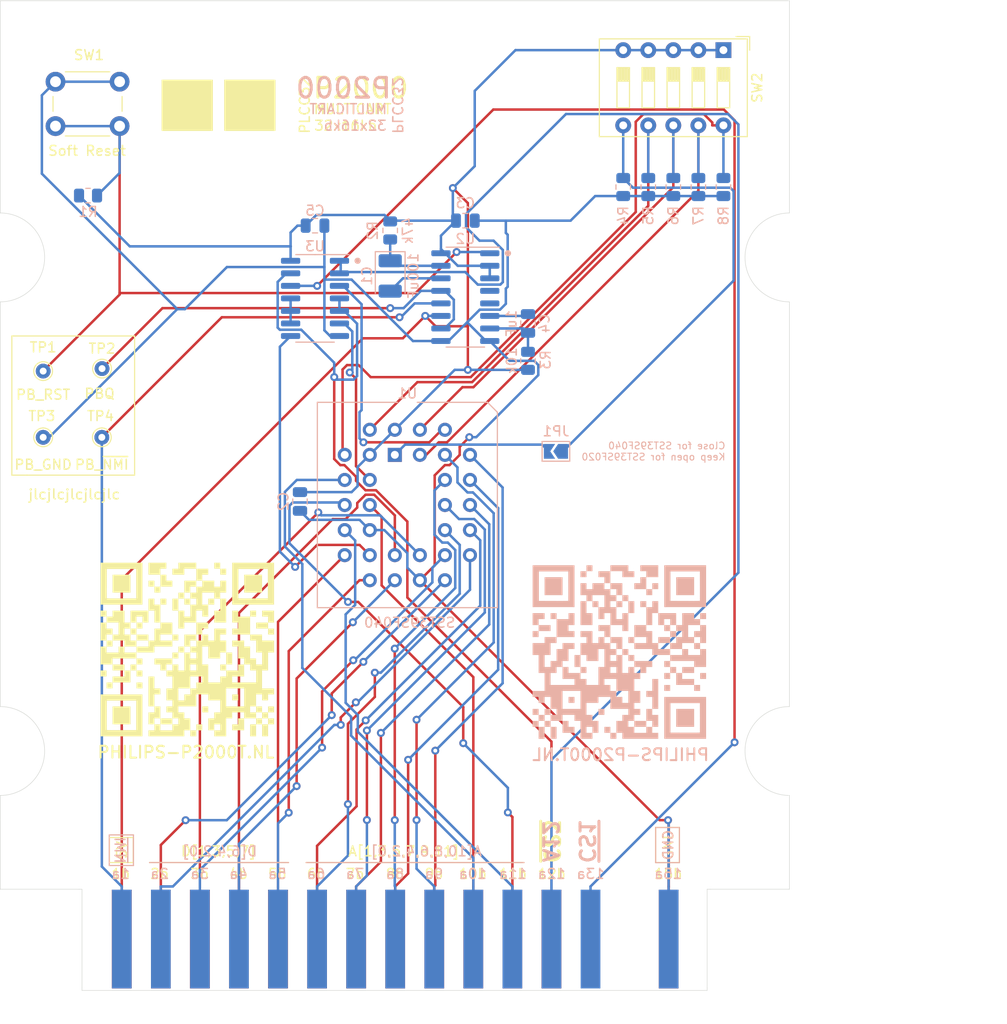
<source format=kicad_pcb>
(kicad_pcb (version 20240108) (generator "pcbnew") (generator_version "8.0")
  (layers (0 "F.Cu" signal) (31 "B.Cu" signal) (34 "B.Paste" user) (35 "F.Paste" user) (36 "B.SilkS" user "B.Silkscreen") (37 "F.SilkS" user "F.Silkscreen") (38 "B.Mask" user) (39 "F.Mask" user) (44 "Edge.Cuts" user))
  (net 0 "")
  (net 1 "GND")
  (net 2 "+5V")
  (net 3 "D1")
  (net 4 "D3")
  (net 5 "D5")
  (net 6 "D7")
  (net 7 "A1")
  (net 8 "A3")
  (net 9 "A5")
  (net 10 "A7")
  (net 11 "A9")
  (net 12 "A11")
  (net 13 "A12")
  (net 14 "A10")
  (net 15 "A8")
  (net 16 "A6")
  (net 17 "A4")
  (net 18 "A2")
  (net 19 "A0")
  (net 20 "D6")
  (net 21 "D4")
  (net 22 "D2")
  (net 23 "D0")
  (net 24 "~{CARSEL1}")
  (net 25 "~{CARSEL2}")
  (net 26 "A12C")
  (net 27 "A14")
  (net 28 "A15")
  (net 29 "A16")
  (net 30 "A17")
  (net 31 "A18")
  (net 32 "A13")
  (net 33 "~{CS}")
  (net 34 "Net-(JP1-Pad2)")
  (net 35 "~{NMI}")
  (net 36 "Net-(U3-Pad10)")
  (net 37 "Net-(C1-Pad2)")
  (net 38 "Net-(C1-Pad1)")
  (net 39 "Net-(C4-Pad2)")
  (net 40 "Net-(C4-Pad1)")
  (net 41 "Net-(R1-Pad2)")
  (net 42 "Net-(TP2-Pad1)")
  (footprint "Button_Switch_THT:SW_PUSH_6mm" (layer "F.Cu") (at 48.747 52.345)
    (property "Reference" "SW1")
    (property "Value" "Soft Reset")
  )
  (footprint "TestPoint:TestPoint_THTPad_D1.5mm_Drill0.7mm" (layer "F.Cu") (at 47.498 81.661)
    (property "Reference" "TP1")
    (property "Value" "PB_RST")
  )
  (footprint "TestPoint:TestPoint_THTPad_D1.5mm_Drill0.7mm" (layer "F.Cu") (at 47.498 88.37)
    (property "Reference" "TP3")
    (property "Value" "PB_GND")
  )
  (footprint "TestPoint:TestPoint_THTPad_D1.5mm_Drill0.7mm" (layer "F.Cu") (at 53.445 88.37)
    (property "Reference" "TP4")
    (property "Value" "PB_~{NMI}")
  )
  (footprint "TestPoint:TestPoint_THTPad_D1.5mm_Drill0.7mm" (layer "F.Cu") (at 53.467 81.407)
    (property "Reference" "TP2")
    (property "Value" "PBQ")
  )
  (footprint "Button_Switch_THT:SW_DIP_SPSTx05_Slide_9.78x14.88mm_W7.62mm_P2.54mm" (layer "F.Cu") (at 116.459 49.149 -90)
    (property "Reference" "SW2")
    (property "Value" "SW_DIP_x05")
  )
  (footprint "libs:qrcode" (layer "F.Cu") (at 62.103 109.855)
    (property "Reference" "G1" (hide yes))
    (property "Value" "LOGO" (hide yes))
  )
  (footprint "Package_SO:SOIC-14_3.9x8.7mm_P1.27mm" (layer "B.Cu") (at 75.057 74.295 180)
    (property "Reference" "U3")
    (property "Value" "74HC00")
  )
  (footprint "Capacitor_SMD:C_0805_2012Metric" (layer "B.Cu") (at 75.057 66.929)
    (property "Reference" "C5")
    (property "Value" "0.1uF")
  )
  (footprint "Capacitor_SMD:C_0805_2012Metric" (layer "B.Cu") (at 73.533 94.869 -90)
    (property "Reference" "C2")
    (property "Value" "0.1uF")
  )
  (footprint "Jumper:SolderJumper-2_P1.3mm_Open_TrianglePad1.0x1.5mm" (layer "B.Cu") (at 99.478 89.789 180)
    (property "Reference" "JP1")
    (property "Value" "Jumper")
  )
  (footprint "Package_SO:SOIC-16_3.9x9.9mm_P1.27mm" (layer "B.Cu") (at 90.297 74.168 180)
    (property "Reference" "U2")
    (property "Value" "74HC123")
  )
  (footprint "Capacitor_Tantalum_SMD:CP_EIA-3528-21_Kemet-B" (layer "B.Cu") (at 82.677 72.0225 -90)
    (property "Reference" "C1")
    (property "Value" "100uF")
  )
  (footprint "Capacitor_SMD:C_0805_2012Metric" (layer "B.Cu") (at 90.297 66.421)
    (property "Reference" "C3")
    (property "Value" "0.1uF")
  )
  (footprint "Resistor_SMD:R_0805_2012Metric" (layer "B.Cu") (at 52.0465 63.881)
    (property "Reference" "R1")
    (property "Value" "10k")
  )
  (footprint "Resistor_SMD:R_0805_2012Metric" (layer "B.Cu") (at 82.677 67.4135 -90)
    (property "Reference" "R2")
    (property "Value" "47k")
  )
  (footprint "Resistor_SMD:R_0805_2012Metric" (layer "B.Cu") (at 96.647 80.6215 -90)
    (property "Reference" "R3")
    (property "Value" "10k")
  )
  (footprint "p2000t_cartridge:p2000t_cartridge_edge" (layer "B.Cu") (at 83.185 139.192)
    (property "Reference" "J1")
    (property "Value" "P2000T_cartridge_edge")
  )
  (footprint "Capacitor_SMD:C_0805_2012Metric" (layer "B.Cu") (at 96.647 76.835 90)
    (property "Reference" "C4")
    (property "Value" "1uF")
  )
  (footprint "Package_LCC:PLCC-32_THT-Socket" (layer "B.Cu") (at 83.147 90.145 180)
    (property "Reference" "U1")
    (property "Value" "SST39SF040")
  )
  (footprint "Resistor_SMD:R_0805_2012Metric" (layer "B.Cu") (at 113.919 63.0155 90)
    (property "Reference" "R7")
    (property "Value" "10k")
  )
  (footprint "Resistor_SMD:R_0805_2012Metric" (layer "B.Cu") (at 106.299 63.0155 90)
    (property "Reference" "R4")
    (property "Value" "10k")
  )
  (footprint "Resistor_SMD:R_0805_2012Metric" (layer "B.Cu") (at 116.459 63.0155 90)
    (property "Reference" "R8")
    (property "Value" "10k")
  )
  (footprint "libs:qrcode" (layer "B.Cu") (at 105.918 110.109 180)
    (property "Reference" "G2" (hide yes))
    (property "Value" "LOGO" (hide yes))
  )
  (footprint "Resistor_SMD:R_0805_2012Metric" (layer "B.Cu") (at 111.379 63.0155 90)
    (property "Reference" "R6")
    (property "Value" "10k")
  )
  (footprint "Resistor_SMD:R_0805_2012Metric" (layer "B.Cu") (at 108.839 63.0155 90)
    (property "Reference" "R5")
    (property "Value" "10k")
  )
  (gr_line (start 96.251 131.445) (end 74.153 131.445) (stroke (width 0.12)) (layer "B.SilkS"))
  (gr_line (start 72.375 131.445) (end 58.278 131.445) (stroke (width 0.12)) (layer "B.SilkS"))
  (gr_line (start 54.197 131.745) (end 54.197 128.645) (stroke (width 0.12)) (layer "B.SilkS"))
  (gr_line (start 111.999 131.451) (end 109.586 131.451) (stroke (width 0.12)) (layer "B.SilkS"))
  (gr_line (start 111.999 127.895) (end 111.999 131.451) (stroke (width 0.12)) (layer "B.SilkS"))
  (gr_line (start 109.586 127.895) (end 111.999 127.895) (stroke (width 0.12)) (layer "B.SilkS"))
  (gr_line (start 109.586 131.451) (end 109.586 127.895) (stroke (width 0.12)) (layer "B.SilkS"))
  (gr_circle (center 94.615 69.723) (end 94.361 69.723) (stroke (width 0.12)) (fill solid) (layer "B.SilkS"))
  (gr_circle (center 79.375 70.485) (end 79.121 70.485) (stroke (width 0.12)) (fill solid) (layer "B.SilkS"))
  (gr_line (start 56.647 128.645) (end 56.647 131.745) (stroke (width 0.12)) (layer "B.SilkS"))
  (gr_line (start 56.647 131.745) (end 54.197 131.745) (stroke (width 0.12)) (layer "B.SilkS"))
  (gr_line (start 54.197 128.645) (end 56.647 128.645) (stroke (width 0.12)) (layer "B.SilkS"))
  (gr_line (start 54.214 128.905) (end 54.214 131.445) (stroke (width 0.12)) (layer "F.SilkS"))
  (gr_line (start 109.586 131.445) (end 111.999 131.445) (stroke (width 0.12)) (layer "F.SilkS"))
  (gr_line (start 109.586 127.889) (end 109.586 131.445) (stroke (width 0.12)) (layer "F.SilkS"))
  (gr_line (start 44.323 78.105) (end 44.45 78.105) (stroke (width 0.12)) (layer "F.SilkS"))
  (gr_line (start 74.153 131.445) (end 96.251 131.445) (stroke (width 0.12)) (layer "F.SilkS"))
  (gr_line (start 45.847 92.202) (end 44.323 92.202) (stroke (width 0.12)) (layer "F.SilkS"))
  (gr_line (start 56.769 78.105) (end 56.769 92.202) (stroke (width 0.12)) (layer "F.SilkS"))
  (gr_line (start 44.323 92.202) (end 44.323 78.105) (stroke (width 0.12)) (layer "F.SilkS"))
  (gr_line (start 58.278 131.445) (end 72.375 131.445) (stroke (width 0.12)) (layer "F.SilkS"))
  (gr_line (start 111.999 131.445) (end 111.999 127.889) (stroke (width 0.12)) (layer "F.SilkS"))
  (gr_line (start 56.627 131.445) (end 56.627 128.905) (stroke (width 0.12)) (layer "F.SilkS"))
  (gr_rect (start 65.913 52.197) (end 70.993 57.277) (stroke (width 0.12)) (fill solid) (layer "F.SilkS"))
  (gr_line (start 56.769 92.202) (end 45.847 92.202) (stroke (width 0.12)) (layer "F.SilkS"))
  (gr_line (start 111.999 127.889) (end 109.586 127.889) (stroke (width 0.12)) (layer "F.SilkS"))
  (gr_line (start 44.45 78.105) (end 56.769 78.105) (stroke (width 0.12)) (layer "F.SilkS"))
  (gr_line (start 54.214 131.445) (end 56.627 131.445) (stroke (width 0.12)) (layer "F.SilkS"))
  (gr_rect (start 59.563 52.197) (end 64.643 57.277) (stroke (width 0.12)) (fill solid) (layer "F.SilkS"))
  (gr_line (start 56.627 128.905) (end 54.214 128.905) (stroke (width 0.12)) (layer "F.SilkS"))
  (gr_line (start 43.147 63.645) (end 43.147 59.145) (stroke (width 0.05)) (layer "Edge.Cuts"))
  (gr_line (start 43.147 109.145) (end 43.147 113.645) (stroke (width 0.05)) (layer "Edge.Cuts"))
  (gr_arc (start 43.147 115.645) (mid 47.647 120.145) (end 43.147 124.645) (stroke (width 0.05)) (layer "Edge.Cuts"))
  (gr_line (start 43.147 114.145) (end 43.147 113.645) (stroke (width 0.05)) (layer "Edge.Cuts"))
  (gr_line (start 43.147 127.145) (end 43.147 124.645) (stroke (width 0.05)) (layer "Edge.Cuts"))
  (gr_line (start 43.147 115.645) (end 43.147 114.145) (stroke (width 0.05)) (layer "Edge.Cuts"))
  (gr_arc (start 43.147 65.645) (mid 47.647 70.145) (end 43.147 74.645) (stroke (width 0.05)) (layer "Edge.Cuts"))
  (gr_line (start 123.147 127.145) (end 123.147 124.645) (stroke (width 0.05)) (layer "Edge.Cuts"))
  (gr_line (start 43.147 109.145) (end 43.147 74.645) (stroke (width 0.05)) (layer "Edge.Cuts"))
  (gr_line (start 43.147 65.645) (end 43.147 63.645) (stroke (width 0.05)) (layer "Edge.Cuts"))
  (gr_line (start 123.147 134.145) (end 123.147 127.145) (stroke (width 0.05)) (layer "Edge.Cuts"))
  (gr_line (start 43.147 44.145) (end 43.147 59.145) (stroke (width 0.05)) (layer "Edge.Cuts"))
  (gr_line (start 43.147 134.145) (end 43.147 127.145) (stroke (width 0.05)) (layer "Edge.Cuts"))
  (gr_line (start 97.147 44.145) (end 83.147 44.145) (stroke (width 0.05)) (layer "Edge.Cuts"))
  (gr_line (start 123.147 74.745) (end 123.147 74.645) (stroke (width 0.05)) (layer "Edge.Cuts"))
  (gr_line (start 123.147 115.645) (end 123.147 110.045) (stroke (width 0.05)) (layer "Edge.Cuts"))
  (gr_line (start 123.147 100.457) (end 123.147001 94.845) (stroke (width 0.05)) (layer "Edge.Cuts"))
  (gr_line (start 123.147001 83.445001) (end 123.147 77.845) (stroke (width 0.05)) (layer "Edge.Cuts"))
  (gr_line (start 123.147 63.445) (end 123.147 57.845) (stroke (width 0.05)) (layer "Edge.Cuts"))
  (gr_line (start 114.808 134.145) (end 115.147 134.145) (stroke (width 0.05)) (layer "Edge.Cuts"))
  (gr_line (start 114.808 144.399) (end 51.435 144.399) (stroke (width 0.05)) (layer "Edge.Cuts"))
  (gr_line (start 51.147 134.145) (end 51.435 134.145) (stroke (width 0.05)) (layer "Edge.Cuts"))
  (gr_arc (start 123.147 74.645) (mid 118.647 70.145) (end 123.147 65.645) (stroke (width 0.05)) (layer "Edge.Cuts"))
  (gr_line (start 51.435 144.145) (end 51.435 134.145) (stroke (width 0.05)) (layer "Edge.Cuts"))
  (gr_line (start 123.147 65.645) (end 123.147 63.445) (stroke (width 0.05)) (layer "Edge.Cuts"))
  (gr_line (start 123.147 56.145) (end 123.147 44.145) (stroke (width 0.05)) (layer "Edge.Cuts"))
  (gr_line (start 114.808 144.399) (end 114.808 144.145) (stroke (width 0.05)) (layer "Edge.Cuts"))
  (gr_line (start 97.147 44.145) (end 123.147 44.145) (stroke (width 0.05)) (layer "Edge.Cuts"))
  (gr_line (start 123.147 74.745) (end 123.147 77.845) (stroke (width 0.05)) (layer "Edge.Cuts"))
  (gr_line (start 51.147 134.145) (end 43.147 134.145) (stroke (width 0.05)) (layer "Edge.Cuts"))
  (gr_line (start 83.147 44.145) (end 43.147 44.145) (stroke (width 0.05)) (layer "Edge.Cuts"))
  (gr_line (start 123.147 110.045) (end 123.147 100.457) (stroke (width 0.05)) (layer "Edge.Cuts"))
  (gr_line (start 114.808 144.145) (end 114.808 134.145) (stroke (width 0.05)) (layer "Edge.Cuts"))
  (gr_line (start 123.147001 83.445001) (end 123.147001 94.845) (stroke (width 0.05)) (layer "Edge.Cuts"))
  (gr_line (start 51.435 144.399) (end 51.435 144.145) (stroke (width 0.05)) (layer "Edge.Cuts"))
  (gr_arc (start 123.147 124.645) (mid 118.647 120.145) (end 123.147 115.645) (stroke (width 0.05)) (layer "Edge.Cuts"))
  (gr_line (start 123.147 56.145) (end 123.147 57.845) (stroke (width 0.05)) (layer "Edge.Cuts"))
  (gr_line (start 115.147 134.145) (end 123.147 134.145) (stroke (width 0.05)) (layer "Edge.Cuts"))
  (gr_text "15a" (at 110.856 132.588 0) (layer "B.SilkS") (effects (font (size 1 1)) (justify mirror)))
  (gr_text "~{CS1}" (at 102.601 129.286 -90) (layer "B.SilkS") (effects (font (size 1.5 1.5) (thickness 0.3)) (justify mirror)))
  (gr_text "A12" (at 98.918 129.286 -90) (layer "B.SilkS") (effects (font (size 1.5 1.5) (thickness 0.3)) (justify mirror)))
  (gr_text "A[10,8,6,4,2,0]" (at 86.345 130.302 0) (layer "B.SilkS") (effects (font (size 1 1)) (justify mirror)))
  (gr_text "D[6,4,2,0]" (at 65.39 130.302 0) (layer "B.SilkS") (effects (font (size 1 1)) (justify mirror)))
  (gr_text "1a" (at 55.344 132.588 0) (layer "B.SilkS") (effects (font (size 1 1)) (justify mirror)))
  (gr_text "~{NMI}" (at 55.247 130.195 270) (layer "B.SilkS") (effects (font (size 1 1)) (justify mirror)))
  (gr_text "GND" (at 110.856 129.673 90) (layer "B.SilkS") (effects (font (size 1 1)) (justify mirror)))
  (gr_text "P2000" (at 82.9602 53.002 0) (layer "B.SilkS") (effects (font (size 2 2) (thickness 0.3)) (justify left mirror)))
  (gr_text "32x16kb" (at 79.1286 56.7944 0) (layer "B.SilkS") (effects (font (size 1 1)) (justify mirror)))
  (gr_text "MULTICART" (at 78.4174 55.118 0) (layer "B.SilkS") (effects (font (size 1 1)) (justify mirror)))
  (gr_text "PLCC32" (at 83.3958 54.744 -90) (layer "B.SilkS") (effects (font (size 1 1)) (justify mirror)))
  (gr_text "11a" (at 95.108 132.588 0) (layer "B.SilkS") (effects (font (size 1 1)) (justify mirror)))
  (gr_text "10a" (at 91.044 132.588 0) (layer "B.SilkS") (effects (font (size 1 1)) (justify mirror)))
  (gr_text "2a" (at 59.294 132.588 0) (layer "B.SilkS") (effects (font (size 1 1)) (justify mirror)))
  (gr_text "6a" (at 75.169 132.588 0) (layer "B.SilkS") (effects (font (size 1 1)) (justify mirror)))
  (gr_text "7a" (at 79.106 132.588 0) (layer "B.SilkS") (effects (font (size 1 1)) (justify mirror)))
  (gr_text "PHILIPS-P2000T.NL" (at 106.045 120.523 0) (layer "B.SilkS") (effects (font (size 1.2 1.2) (thickness 0.2)) (justify mirror)))
  (gr_text "13a" (at 102.982 132.588 0) (layer "B.SilkS") (effects (font (size 1 1)) (justify mirror)))
  (gr_text "9a" (at 87.107 132.588 0) (layer "B.SilkS") (effects (font (size 1 1)) (justify mirror)))
  (gr_text "4a" (at 67.295 132.588 0) (layer "B.SilkS") (effects (font (size 1 1)) (justify mirror)))
  (gr_text "5a" (at 71.232 132.588 0) (layer "B.SilkS") (effects (font (size 1 1)) (justify mirror)))
  (gr_text "12a" (at 99.045 132.588 0) (layer "B.SilkS") (effects (font (size 1 1)) (justify mirror)))
  (gr_text "3a" (at 63.358 132.588 0) (layer "B.SilkS") (effects (font (size 1 1)) (justify mirror)))
  (gr_text "8a" (at 83.17 132.588 0) (layer "B.SilkS") (effects (font (size 1 1)) (justify mirror)))
  (gr_text "Close for SST39SF040\nKeep open for SST39SF020" (at 116.713 89.789 0) (layer "B.SilkS") (effects (font (size 0.7 0.7) (thickness 0.1)) (justify left mirror)))
  (gr_text "9b" (at 87.107 132.588 0) (layer "F.SilkS") (effects (font (size 1 1))))
  (gr_text "6b" (at 75.169 132.588 0) (layer "F.SilkS") (effects (font (size 1 1))))
  (gr_text "8b" (at 83.17 132.588 0) (layer "F.SilkS") (effects (font (size 1 1))))
  (gr_text "4b" (at 67.295 132.588 0) (layer "F.SilkS") (effects (font (size 1 1))))
  (gr_text "1b" (at 55.357 132.588 0) (layer "F.SilkS") (effects (font (size 1 1))))
  (gr_text "2b" (at 59.294 132.588 0) (layer "F.SilkS") (effects (font (size 1 1))))
  (gr_text "5b" (at 71.232 132.588 0) (layer "F.SilkS") (effects (font (size 1 1))))
  (gr_text "7b" (at 79.106 132.588 0) (layer "F.SilkS") (effects (font (size 1 1))))
  (gr_text "11b" (at 95.108 132.588 0) (layer "F.SilkS") (effects (font (size 1 1))))
  (gr_text "12b" (at 99.045 132.588 0) (layer "F.SilkS") (effects (font (size 1 1))))
  (gr_text "15b" (at 110.856 132.588 0) (layer "F.SilkS") (effects (font (size 1 1))))
  (gr_text "3b" (at 63.358 132.588 0) (layer "F.SilkS") (effects (font (size 1 1))))
  (gr_text "10b" (at 91.044 132.588 0) (layer "F.SilkS") (effects (font (size 1 1))))
  (gr_text "GND" (at 110.856 129.667 90) (layer "F.SilkS") (effects (font (size 1 1))))
  (gr_text "PLCC32" (at 74.0162 54.744 90) (layer "F.SilkS") (effects (font (size 1 1))))
  (gr_text "MULTICART" (at 78.867 55.118 0) (layer "F.SilkS") (effects (font (size 1 1))))
  (gr_text "P2000" (at 74.6828 52.993 0) (layer "F.SilkS") (effects (font (size 2 2) (thickness 0.3)) (justify left)))
  (gr_text "32x16kb" (at 78.1558 56.7944 0) (layer "F.SilkS") (effects (font (size 1 1))))
  (gr_text "A[1,3,5,7,9,11]" (at 84.059 130.302 0) (layer "F.SilkS") (effects (font (size 1 1))))
  (gr_text "jlcjlcjlcjlcjlc" (at 50.647 94.145 0) (layer "F.SilkS") (effects (font (size 1 1))))
  (gr_text "~{CS2}" (at 99.172 129.286 90) (layer "F.SilkS") (effects (font (size 1.5 1.5) (thickness 0.3))))
  (gr_text "PHILIPS-P2000T.NL" (at 61.976 120.269 0) (layer "F.SilkS") (effects (font (size 1.2 1.2) (thickness 0.2))))
  (gr_text "5V" (at 55.484 130.175 90) (layer "F.SilkS") (effects (font (size 1 1))))
  (gr_text "D[1,3,5,7]" (at 65.263 130.302 0) (layer "F.SilkS") (effects (font (size 1 1))))
  (segment (start 85.687 102.845) (end 109.9913 127.1493) (width 0.25) (layer "F.Cu") (net 1))
  (segment (start 88.6931 91.1831) (end 89.7225 90.1537) (width 0.25) (layer "F.Cu") (net 1))
  (segment (start 87.1889 101.3431) (end 87.1889 92.2171) (width 0.25) (layer "F.Cu") (net 1))
  (segment (start 88.2229 91.1831) (end 88.6931 91.1831) (width 0.25) (layer "F.Cu") (net 1))
  (segment (start 110.905 133.8651) (end 110.905 127.2107) (width 0.25) (layer "F.Cu") (net 1))
  (segment (start 89.7225 90.1537) (end 89.7225 89.3285) (width 0.25) (layer "F.Cu") (net 1))
  (segment (start 110.905 139.192) (end 110.905 133.8651) (width 0.25) (layer "F.Cu") (net 1))
  (segment (start 109.9913 127.1493) (end 110.8436 127.1493) (width 0.25) (layer "F.Cu") (net 1))
  (segment (start 85.687 102.845) (end 87.1889 101.3431) (width 0.25) (layer "F.Cu") (net 1))
  (segment (start 89.7225 89.3285) (end 90.6965 88.3545) (width 0.25) (layer "F.Cu") (net 1))
  (segment (start 87.1889 92.2171) (end 88.2229 91.1831) (width 0.25) (layer "F.Cu") (net 1))
  (segment (start 110.905 127.2107) (end 110.8436 127.1493) (width 0.25) (layer "F.Cu") (net 1))
  (via (at 90.6965 88.3545) (size 0.8) (drill 0.4) (layers "F.Cu" "B.Cu") (net 1))
  (via (at 110.8436 127.1493) (size 0.8) (drill 0.4) (layers "F.Cu" "B.Cu") (net 1))
  (segment (start 74.4428 96.7288) (end 79.5708 96.7288) (width 0.25) (layer "B.Cu") (net 1))
  (segment (start 94.5881 67.8518) (end 94.401 67.6647) (width 0.25) (layer "B.Cu") (net 1))
  (segment (start 116.459 63.928) (end 113.919 63.928) (width 0.25) (layer "B.Cu") (net 1))
  (segment (start 100.965 66.421) (end 94.401 66.421) (width 0.25) (layer "B.Cu") (net 1))
  (segment (start 92.772 78.613) (end 94.7805 80.6215) (width 0.25) (layer "B.Cu") (net 1))
  (segment (start 97.6888 82.0664) (end 91.4007 88.3545) (width 0.25) (layer "B.Cu") (net 1))
  (segment (start 73.533 95.819) (end 74.4428 96.7288) (width 0.25) (layer "B.Cu") (net 1))
  (segment (start 78.7597 72.39) (end 84.9827 78.613) (width 0.25) (layer "B.Cu") (net 1))
  (segment (start 76.007 71.12) (end 66.1271 71.12) (width 0.25) (layer "B.Cu") (net 1))
  (segment (start 61.0883 75.3832) (end 61.0883 75.3831) (width 0.25) (layer "B.Cu") (net 1))
  (segment (start 47.3664 53.7256) (end 48.747 52.345) (width 0.25) (layer "B.Cu") (net 1))
  (segment (start 94.401 66.421) (end 91.247 66.421) (width 0.25) (layer "B.Cu") (net 1))
  (segment (start 106.299 63.928) (end 103.458 63.928) (width 0.25) (layer "B.Cu") (net 1))
  (segment (start 48.1014 88.37) (end 47.498 88.37) (width 0.25) (layer "B.Cu") (net 1))
  (segment (start 76.581 78.105) (end 76.007 77.531) (width 0.25) (layer "B.Cu") (net 1))
  (segment (start 111.379 63.928) (end 108.839 63.928) (width 0.25) (layer "B.Cu") (net 1))
  (segment (start 84.417 100.1006) (end 82.0814 97.765) (width 0.25) (layer "B.Cu") (net 1))
  (segment (start 93.8072 75.438) (end 94.401 74.8442) (width 0.25) (layer "B.Cu") (net 1))
  (segment (start 61.0883 75.3831) (end 47.3664 61.6613) (width 0.25) (layer "B.Cu") (net 1))
  (segment (start 66.1271 71.12) (end 61.8639 75.3832) (width 0.25) (layer "B.Cu") (net 1))
  (segment (start 113.919 63.928) (end 111.379 63.928) (width 0.25) (layer "B.Cu") (net 1))
  (segment (start 103.458 63.928) (end 100.965 66.421) (width 0.25) (layer "B.Cu") (net 1))
  (segment (start 90.4802 76.7136) (end 88.5808 78.613) (width 0.25) (layer "B.Cu") (net 1))
  (segment (start 79.5708 96.7288) (end 80.607 97.765) (width 0.25) (layer "B.Cu") (net 1))
  (segment (start 76.007 72.39) (end 76.007 71.12) (width 0.25) (layer "B.Cu") (net 1))
  (segment (start 76.007 71.12) (end 76.007 66.929) (width 0.25) (layer "B.Cu") (net 1))
  (segment (start 84.417 101.575) (end 84.417 100.1006) (width 0.25) (layer "B.Cu") (net 1))
  (segment (start 94.7805 80.6215) (end 97.274 80.6215) (width 0.25) (layer "B.Cu") (net 1))
  (segment (start 91.7558 75.438) (end 93.8072 75.438) (width 0.25) (layer "B.Cu") (net 1))
  (segment (start 94.401 67.6647) (end 94.401 66.421) (width 0.25) (layer "B.Cu") (net 1))
  (segment (start 90.4802 76.7136) (end 92.3795 78.613) (width 0.25) (layer "B.Cu") (net 1))
  (segment (start 61.8639 75.3832) (end 61.0883 75.3832) (width 0.25) (layer "B.Cu") (net 1))
  (segment (start 110.905 127.2107) (end 110.8436 127.1493) (width 0.25) (layer "B.Cu") (net 1))
  (segment (start 84.9827 78.613) (end 87.822 78.613) (width 0.25) (layer "B.Cu") (net 1))
  (segment (start 85.687 102.845) (end 84.417 101.575) (width 0.25) (layer "B.Cu") (net 1))
  (segment (start 47.3664 61.6613) (end 47.3664 53.7256) (width 0.25) (layer "B.Cu") (net 1))
  (segment (start 92.3795 78.613) (end 92.772 78.613) (width 0.25) (layer "B.Cu") (net 1))
  (segment (start 94.5881 73.1159) (end 94.5881 67.8518) (width 0.25) (layer "B.Cu") (net 1))
  (segment (start 97.274 80.6215) (end 97.6888 81.0363) (width 0.25) (layer "B.Cu") (net 1))
  (segment (start 76.007 72.39) (end 78.7597 72.39) (width 0.25) (layer "B.Cu") (net 1))
  (segment (start 90.4802 76.7136) (end 91.7558 75.438) (width 0.25) (layer "B.Cu") (net 1))
  (segment (start 108.839 63.928) (end 106.299 63.928) (width 0.25) (layer "B.Cu") (net 1))
  (segment (start 94.401 73.303) (end 94.5881 73.1159) (width 0.25) (layer "B.Cu") (net 1))
  (segment (start 94.401 74.8442) (end 94.401 73.303) (width 0.25) (layer "B.Cu") (net 1))
  (segment (start 82.0814 97.765) (end 80.607 97.765) (width 0.25) (layer "B.Cu") (net 1))
  (segment (start 110.905 139.192) (end 110.905 127.2107) (width 0.25) (layer "B.Cu") (net 1))
  (segment (start 61.0883 75.3831) (end 48.1014 88.37) (width 0.25) (layer "B.Cu") (net 1))
  (segment (start 76.007 77.531) (end 76.007 72.39) (width 0.25) (layer "B.Cu") (net 1))
  (segment (start 77.532 78.105) (end 76.581 78.105) (width 0.25) (layer "B.Cu") (net 1))
  (segment (start 48.747 52.345) (end 55.247 52.345) (width 0.25) (layer "B.Cu") (net 1))
  (segment (start 88.5808 78.613) (end 87.822 78.613) (width 0.25) (layer "B.Cu") (net 1))
  (segment (start 91.4007 88.3545) (end 90.6965 88.3545) (width 0.25) (layer "B.Cu") (net 1))
  (segment (start 97.6888 81.0363) (end 97.6888 82.0664) (width 0.25) (layer "B.Cu") (net 1))
  (segment (start 55.465 139.192) (end 55.465 102.7742) (width 0.25) (layer "F.Cu") (net 2))
  (segment (start 79.9019 78.3373) (end 83.9583 78.3373) (width 0.25) (layer "F.Cu") (net 2))
  (segment (start 55.465 102.7742) (end 79.9019 78.3373) (width 0.25) (layer "F.Cu") (net 2))
  (segment (start 83.9583 78.3373) (end 86.2288 76.0668) (width 0.25) (layer "F.Cu") (net 2))
  (segment (start 90.551 81.534) (end 90.551 77.1189) (width 0.25) (layer "F.Cu") (net 2))
  (segment (start 90.551 77.1189) (end 87.2809 77.1189) (width 0.25) (layer "F.Cu") (net 2))
  (segment (start 87.2809 77.1189) (end 86.2288 76.0668) (width 0.25) (layer "F.Cu") (net 2))
  (segment (start 90.551 64.643) (end 89.027 63.119) (width 0.25) (layer "F.Cu") (net 2))
  (segment (start 90.551 77.1189) (end 90.551 64.643) (width 0.25) (layer "F.Cu") (net 2))
  (via (at 86.2288 76.0668) (size 0.8) (drill 0.4) (layers "F.Cu" "B.Cu") (net 2))
  (via (at 89.027 63.119) (size 0.8) (drill 0.4) (layers "F.Cu" "B.Cu") (net 2))
  (via (at 90.551 81.534) (size 0.8) (drill 0.4) (layers "F.Cu" "B.Cu") (net 2))
  (segment (start 56.2787 69.0257) (end 51.134 63.881) (width 0.25) (layer "B.Cu") (net 2))
  (segment (start 87.8158 76.0668) (end 86.2288 76.0668) (width 0.25) (layer "B.Cu") (net 2))
  (segment (start 111.379 49.149) (end 113.919 49.149) (width 0.25) (layer "B.Cu") (net 2))
  (segment (start 89.027 63.119) (end 89.027 66.101) (width 0.25) (layer "B.Cu") (net 2))
  (segment (start 82.717 66.461) (end 82.1028 65.8468) (width 0.25) (layer "B.Cu") (net 2))
  (segment (start 72.582 69.0257) (end 56.2787 69.0257) (width 0.25) (layer "B.Cu") (net 2))
  (segment (start 89.027 66.101) (end 89.347 66.421) (width 0.25) (layer "B.Cu") (net 2))
  (segment (start 89.347 66.421) (end 87.822 67.946) (width 0.25) (layer "B.Cu") (net 2))
  (segment (start 79.375 91.377) (end 80.607 90.145) (width 0.25) (layer "B.Cu") (net 2))
  (segment (start 90.551 81.534) (end 89.218 81.534) (width 0.25) (layer "B.Cu") (net 2))
  (segment (start 79.375 93.31) (end 79.375 91.377) (width 0.25) (layer "B.Cu") (net 2))
  (segment (start 82.717 66.461) (end 82.757 66.421) (width 0.25) (layer "B.Cu") (net 2))
  (segment (start 106.299 49.149) (end 108.839 49.149) (width 0.25) (layer "B.Cu") (net 2))
  (segment (start 82.757 66.421) (end 89.347 66.421) (width 0.25) (layer "B.Cu") (net 2))
  (segment (start 87.822 69.294) (end 89.521 70.993) (width 0.25) (layer "B.Cu") (net 2))
  (segment (start 95.377 49.149) (end 106.299 49.149) (width 0.25) (layer "B.Cu") (net 2))
  (segment (start 92.772 72.263) (end 92.772 70.993) (width 0.25) (layer "B.Cu") (net 2))
  (segment (start 96.647 81.534) (end 90.551 81.534) (width 0.25) (layer "B.Cu") (net 2))
  (segment (start 91.247 53.279) (end 95.377 49.149) (width 0.25) (layer "B.Cu") (net 2))
  (segment (start 82.677 66.501) (end 82.717 66.461) (width 0.25) (layer "B.Cu") (net 2))
  (segment (start 72.582 69.0257) (end 72.582 67.626) (width 0.25) (layer "B.Cu") (net 2))
  (segment (start 87.822 76.073) (end 87.8158 76.0668) (width 0.25) (layer "B.Cu") (net 2))
  (segment (start 72.582 70.485) (end 72.582 69.0257) (width 0.25) (layer "B.Cu") (net 2))
  (segment (start 108.839 49.149) (end 111.379 49.149) (width 0.25) (layer "B.Cu") (net 2))
  (segment (start 73.279 66.929) (end 74.107 66.929) (width 0.25) (layer "B.Cu") (net 2))
  (segment (start 89.521 70.993) (end 92.772 70.993) (width 0.25) (layer "B.Cu") (net 2))
  (segment (start 87.822 69.294) (end 87.822 69.723) (width 0.25) (layer "B.Cu") (net 2))
  (segment (start 82.1028 65.8468) (end 75.1892 65.8468) (width 0.25) (layer "B.Cu") (net 2))
  (segment (start 80.607 90.145) (end 83.147 87.605) (width 0.25) (layer "B.Cu") (net 2))
  (segment (start 113.919 49.149) (end 116.459 49.149) (width 0.25) (layer "B.Cu") (net 2))
  (segment (start 91.247 60.899) (end 91.247 53.279) (width 0.25) (layer "B.Cu") (net 2))
  (segment (start 75.1892 65.8468) (end 74.107 66.929) (width 0.25) (layer "B.Cu") (net 2))
  (segment (start 73.533 93.919) (end 78.766 93.919) (width 0.25) (layer "B.Cu") (net 2))
  (segment (start 89.218 81.534) (end 83.147 87.605) (width 0.25) (layer "B.Cu") (net 2))
  (segment (start 87.822 67.946) (end 87.822 69.294) (width 0.25) (layer "B.Cu") (net 2))
  (segment (start 78.766 93.919) (end 79.375 93.31) (width 0.25) (layer "B.Cu") (net 2))
  (segment (start 89.027 63.119) (end 91.247 60.899) (width 0.25) (layer "B.Cu") (net 2))
  (segment (start 72.582 67.626) (end 73.279 66.929) (width 0.25) (layer "B.Cu") (net 2))
  (segment (start 76.7516 116.5104) (end 76.7516 114.3204) (width 0.25) (layer "F.Cu") (net 3))
  (segment (start 61.9373 127.1543) (end 59.425 129.6666) (width 0.25) (layer "F.Cu") (net 3))
  (segment (start 76.7516 114.3204) (end 79.9613 111.1107) (width 0.25) (layer "F.Cu") (net 3))
  (segment (start 59.425 129.6666) (end 59.425 139.192) (width 0.25) (layer "F.Cu") (net 3))
  (via (at 61.9373 127.1543) (size 0.8) (drill 0.4) (layers "F.Cu" "B.Cu") (net 3))
  (via (at 76.7516 116.5104) (size 0.8) (drill 0.4) (layers "F.Cu" "B.Cu") (net 3))
  (via (at 79.9613 111.1107) (size 0.8) (drill 0.4) (layers "F.Cu" "B.Cu") (net 3))
  (segment (start 66.1077 127.1543) (end 61.9373 127.1543) (width 0.25) (layer "B.Cu") (net 3))
  (segment (start 76.7516 116.5104) (end 66.1077 127.1543) (width 0.25) (layer "B.Cu") (net 3))
  (segment (start 88.227 102.845) (end 79.9613 111.1107) (width 0.25) (layer "B.Cu") (net 3))
  (segment (start 63.385 107.9824) (end 75.3903 95.9771) (width 0.25) (layer "F.Cu") (net 4))
  (segment (start 63.385 139.192) (end 63.385 107.9824) (width 0.25) (layer "F.Cu") (net 4))
  (via (at 75.3903 95.9771) (size 0.8) (drill 0.4) (layers "F.Cu" "B.Cu") (net 4))
  (segment (start 85.687 100.305) (end 81.6475 96.2655) (width 0.25) (layer "B.Cu") (net 4))
  (segment (start 75.6787 96.2655) (end 75.3903 95.9771) (width 0.25) (layer "B.Cu") (net 4))
  (segment (start 81.6475 96.2655) (end 75.6787 96.2655) (width 0.25) (layer "B.Cu") (net 4))
  (segment (start 67.345 106.1644) (end 67.345 139.192) (width 0.25) (layer "F.Cu") (net 5))
  (segment (start 79.3368 95.4756) (end 78.1583 96.6541) (width 0.25) (layer "F.Cu") (net 5))
  (segment (start 76.8553 96.6541) (end 67.345 106.1644) (width 0.25) (layer "F.Cu") (net 5))
  (segment (start 78.1583 96.6541) (end 76.8553 96.6541) (width 0.25) (layer "F.Cu") (net 5))
  (segment (start 79.3368 95.023) (end 79.3368 95.4756) (width 0.25) (layer "F.Cu") (net 5))
  (segment (start 81.0535 94.1837) (end 80.1761 94.1837) (width 0.25) (layer "F.Cu") (net 5))
  (segment (start 83.147 96.2772) (end 81.0535 94.1837) (width 0.25) (layer "F.Cu") (net 5))
  (segment (start 83.147 100.305) (end 83.147 96.2772) (width 0.25) (layer "F.Cu") (net 5))
  (segment (start 80.1761 94.1837) (end 79.3368 95.023) (width 0.25) (layer "F.Cu") (net 5))
  (segment (start 71.305 133.8651) (end 71.305 107.067) (width 0.25) (layer "F.Cu") (net 6))
  (segment (start 71.305 139.192) (end 71.305 133.8651) (width 0.25) (layer "F.Cu") (net 6))
  (segment (start 71.305 107.067) (end 78.067 100.305) (width 0.25) (layer "F.Cu") (net 6))
  (segment (start 80.1932 117.0403) (end 79.2698 117.9637) (width 0.25) (layer "F.Cu") (net 7))
  (segment (start 79.2698 117.9637) (end 79.2698 125.7452) (width 0.25) (layer "F.Cu") (net 7))
  (segment (start 79.2698 125.7452) (end 75.265 129.75) (width 0.25) (layer "F.Cu") (net 7))
  (segment (start 75.265 129.75) (end 75.265 139.192) (width 0.25) (layer "F.Cu") (net 7))
  (via (at 80.1932 117.0403) (size 0.8) (drill 0.4) (layers "F.Cu" "B.Cu") (net 7))
  (segment (start 91.806 98.804) (end 91.806 105.4275) (width 0.25) (layer "B.Cu") (net 7))
  (segment (start 91.806 105.4275) (end 80.1932 117.0403) (width 0.25) (layer "B.Cu") (net 7))
  (segment (start 90.767 97.765) (end 91.806 98.804) (width 0.25) (layer "B.Cu") (net 7))
  (segment (start 81.7353 131.3548) (end 81.7353 118.3143) (width 0.25) (layer "F.Cu") (net 8))
  (segment (start 79.225 139.192) (end 79.225 133.8651) (width 0.25) (layer "F.Cu") (net 8))
  (segment (start 79.225 133.8651) (end 81.7353 131.3548) (width 0.25) (layer "F.Cu") (net 8))
  (via (at 81.7353 118.3143) (size 0.8) (drill 0.4) (layers "F.Cu" "B.Cu") (net 8))
  (segment (start 92.7178 97.1758) (end 90.767 95.225) (width 0.25) (layer "B.Cu") (net 8))
  (segment (start 81.7353 118.3143) (end 92.7178 107.3318) (width 0.25) (layer "B.Cu") (net 8))
  (segment (start 92.7178 107.3318) (end 92.7178 97.1758) (width 0.25) (layer "B.Cu") (net 8))
  (segment (start 83.185 133.8651) (end 84.4964 132.5537) (width 0.25) (layer "F.Cu") (net 9))
  (segment (start 83.185 139.192) (end 83.185 133.8651) (width 0.25) (layer "F.Cu") (net 9))
  (segment (start 84.4964 132.5537) (end 84.4964 121.035) (width 0.25) (layer "F.Cu") (net 9))
  (via (at 84.4964 121.035) (size 0.8) (drill 0.4) (layers "F.Cu" "B.Cu") (net 9))
  (segment (start 84.4964 121.035) (end 93.6216 111.9098) (width 0.25) (layer "B.Cu") (net 9))
  (segment (start 93.6216 111.9098) (end 93.6216 95.5396) (width 0.25) (layer "B.Cu") (net 9))
  (segment (start 93.6216 95.5396) (end 90.767 92.685) (width 0.25) (layer "B.Cu") (net 9))
  (segment (start 87.2487 133.7614) (end 87.145 133.8651) (width 0.25) (layer "F.Cu") (net 10))
  (segment (start 87.145 139.192) (end 87.145 133.8651) (width 0.25) (layer "F.Cu") (net 10))
  (segment (start 87.2487 120.1063) (end 87.2487 133.7614) (width 0.25) (layer "F.Cu") (net 10))
  (via (at 87.2487 120.1063) (size 0.8) (drill 0.4) (layers "F.Cu" "B.Cu") (net 10))
  (segment (start 94.0735 93.4515) (end 94.0735 113.2815) (width 0.25) (layer "B.Cu") (net 10))
  (segment (start 94.0735 113.2815) (end 87.2487 120.1063) (width 0.25) (layer "B.Cu") (net 10))
  (segment (start 90.767 90.145) (end 94.0735 93.4515) (width 0.25) (layer "B.Cu") (net 10))
  (segment (start 81.8101 103.3647) (end 91.105 112.6596) (width 0.25) (layer "F.Cu") (net 11))
  (segment (start 91.105 112.6596) (end 91.105 133.8651) (width 0.25) (layer "F.Cu") (net 11))
  (segment (start 91.105 139.192) (end 91.105 133.8651) (width 0.25) (layer "F.Cu") (net 11))
  (segment (start 80.607 95.225) (end 81.8101 96.4281) (width 0.25) (layer "F.Cu") (net 11))
  (segment (start 81.8101 96.4281) (end 81.8101 103.3647) (width 0.25) (layer "F.Cu") (net 11))
  (segment (start 78.4 105.042) (end 79.4342 105.042) (width 0.25) (layer "F.Cu") (net 12))
  (segment (start 94.6049 126.3687) (end 95.065 126.8288) (width 0.25) (layer "F.Cu") (net 12))
  (segment (start 79.4342 105.042) (end 90.0833 115.6911) (width 0.25) (layer "F.Cu") (net 12))
  (segment (start 90.0833 115.6911) (end 90.0833 119.3499) (width 0.25) (layer "F.Cu") (net 12))
  (segment (start 95.065 126.8288) (end 95.065 139.192) (width 0.25) (layer "F.Cu") (net 12))
  (via (at 94.6049 126.3687) (size 0.8) (drill 0.4) (layers "F.Cu" "B.Cu") (net 12))
  (via (at 90.0833 119.3499) (size 0.8) (drill 0.4) (layers "F.Cu" "B.Cu") (net 12))
  (via (at 78.4 105.042) (size 0.8) (drill 0.4) (layers "F.Cu" "B.Cu") (net 12))
  (segment (start 94.6049 123.8715) (end 94.6049 126.3687) (width 0.25) (layer "B.Cu") (net 12))
  (segment (start 78.067 95.225) (end 77.8107 94.9687) (width 0.25) (layer "B.Cu") (net 12))
  (segment (start 72.4673 95.2925) (end 72.4673 99.1093) (width 0.25) (layer "B.Cu") (net 12))
  (segment (start 77.8107 94.9687) (end 72.7911 94.9687) (width 0.25) (layer "B.Cu") (net 12))
  (segment (start 90.0833 119.3499) (end 94.6049 123.8715) (width 0.25) (layer "B.Cu") (net 12))
  (segment (start 72.7911 94.9687) (end 72.4673 95.2925) (width 0.25) (layer "B.Cu") (net 12))
  (segment (start 72.4673 99.1093) (end 78.4 105.042) (width 0.25) (layer "B.Cu") (net 12))
  (segment (start 88.227 87.605) (end 87.9087 87.605) (width 0.25) (layer "F.Cu") (net 13))
  (segment (start 86.6399 88.8738) (end 79.9634 88.8738) (width 0.25) (layer "F.Cu") (net 13))
  (segment (start 87.9087 87.605) (end 86.6399 88.8738) (width 0.25) (layer "F.Cu") (net 13))
  (via (at 79.9634 88.8738) (size 0.8) (drill 0.4) (layers "F.Cu" "B.Cu") (net 13))
  (segment (start 77.9124 73.025) (end 79.7763 74.8889) (width 0.25) (layer "B.Cu") (net 13))
  (segment (start 79.5663 88.4767) (end 79.9634 88.8738) (width 0.25) (layer "B.Cu") (net 13))
  (segment (start 79.5663 85.821) (end 79.5663 88.4767) (width 0.25) (layer "B.Cu") (net 13))
  (segment (start 77.532 73.025) (end 77.9124 73.025) (width 0.25) (layer "B.Cu") (net 13))
  (segment (start 79.7763 85.611) (end 79.5663 85.821) (width 0.25) (layer "B.Cu") (net 13))
  (segment (start 79.7763 74.8889) (end 79.7763 85.611) (width 0.25) (layer "B.Cu") (net 13))
  (segment (start 95.065 139.192) (end 95.065 133.8651) (width 0.25) (layer "B.Cu") (net 14))
  (segment (start 79.1269 105.3431) (end 79.1269 98.8249) (width 0.25) (layer "B.Cu") (net 14))
  (segment (start 79.3938 116.4944) (end 78.1635 115.2641) (width 0.25) (layer "B.Cu") (net 14))
  (segment (start 79.1269 98.8249) (end 78.067 97.765) (width 0.25) (layer "B.Cu") (net 14))
  (segment (start 95.065 133.8651) (end 79.3938 118.1939) (width 0.25) (layer "B.Cu") (net 14))
  (segment (start 79.3938 118.1939) (end 79.3938 116.4944) (width 0.25) (layer "B.Cu") (net 14))
  (segment (start 78.1635 106.3065) (end 79.1269 105.3431) (width 0.25) (layer "B.Cu") (net 14))
  (segment (start 78.1635 115.2641) (end 78.1635 106.3065) (width 0.25) (layer "B.Cu") (net 14))
  (segment (start 91.105 139.192) (end 91.105 130.9794) (width 0.25) (layer "B.Cu") (net 15))
  (segment (start 78.7168 118.5912) (end 78.7168 116.6814) (width 0.25) (layer "B.Cu") (net 15))
  (segment (start 73.213 92.685) (end 78.067 92.685) (width 0.25) (layer "B.Cu") (net 15))
  (segment (start 78.7168 116.6814) (end 73.7693 111.7339) (width 0.25) (layer "B.Cu") (net 15))
  (segment (start 73.7693 111.7339) (end 73.7693 101.1938) (width 0.25) (layer "B.Cu") (net 15))
  (segment (start 91.105 130.9794) (end 78.7168 118.5912) (width 0.25) (layer "B.Cu") (net 15))
  (segment (start 72.0025 93.8955) (end 73.213 92.685) (width 0.25) (layer "B.Cu") (net 15))
  (segment (start 72.0025 99.427) (end 72.0025 93.8955) (width 0.25) (layer "B.Cu") (net 15))
  (segment (start 73.7693 101.1938) (end 72.0025 99.427) (width 0.25) (layer "B.Cu") (net 15))
  (segment (start 85.3502 116.9746) (end 85.3502 127.1386) (width 0.25) (layer "F.Cu") (net 16))
  (via (at 85.3502 116.9746) (size 0.8) (drill 0.4) (layers "F.Cu" "B.Cu") (net 16))
  (via (at 85.3502 127.1386) (size 0.8) (drill 0.4) (layers "F.Cu" "B.Cu") (net 16))
  (segment (start 91.0688 93.955) (end 90.5167 93.955) (width 0.25) (layer "B.Cu") (net 16))
  (segment (start 89.497 92.9353) (end 89.497 91.415) (width 0.25) (layer "B.Cu") (net 16))
  (segment (start 85.3502 132.0703) (end 85.3502 127.1386) (width 0.25) (layer "B.Cu") (net 16))
  (segment (start 85.3502 116.9746) (end 93.1697 109.1551) (width 0.25) (layer "B.Cu") (net 16))
  (segment (start 90.5167 93.955) (end 89.497 92.9353) (width 0.25) (layer "B.Cu") (net 16))
  (segment (start 93.1697 96.0559) (end 91.0688 93.955) (width 0.25) (layer "B.Cu") (net 16))
  (segment (start 87.145 133.8651) (end 85.3502 132.0703) (width 0.25) (layer "B.Cu") (net 16))
  (segment (start 93.1697 109.1551) (end 93.1697 96.0559) (width 0.25) (layer "B.Cu") (net 16))
  (segment (start 89.497 91.415) (end 88.227 90.145) (width 0.25) (layer "B.Cu") (net 16))
  (segment (start 87.145 139.192) (end 87.145 133.8651) (width 0.25) (layer "B.Cu") (net 16))
  (segment (start 83.1401 127.1475) (end 83.1401 109.7762) (width 0.25) (layer "F.Cu") (net 17))
  (segment (start 83.1401 109.7762) (end 83.1366 109.7727) (width 0.25) (layer "F.Cu") (net 17))
  (via (at 83.1401 127.1475) (size 0.8) (drill 0.4) (layers "F.Cu" "B.Cu") (net 17))
  (via (at 83.1366 109.7727) (size 0.8) (drill 0.4) (layers "F.Cu" "B.Cu") (net 17))
  (segment (start 88.227 92.685) (end 87.1681 93.7439) (width 0.25) (layer "B.Cu") (net 17))
  (segment (start 89.2717 103.6376) (end 83.1366 109.7727) (width 0.25) (layer "B.Cu") (net 17))
  (segment (start 87.1681 98.2425) (end 87.9606 99.035) (width 0.25) (layer "B.Cu") (net 17))
  (segment (start 87.9606 99.035) (end 88.5228 99.035) (width 0.25) (layer "B.Cu") (net 17))
  (segment (start 89.2717 99.7839) (end 89.2717 103.6376) (width 0.25) (layer "B.Cu") (net 17))
  (segment (start 88.5228 99.035) (end 89.2717 99.7839) (width 0.25) (layer "B.Cu") (net 17))
  (segment (start 83.1401 133.8202) (end 83.185 133.8651) (width 0.25) (layer "B.Cu") (net 17))
  (segment (start 87.1681 93.7439) (end 87.1681 98.2425) (width 0.25) (layer "B.Cu") (net 17))
  (segment (start 83.1401 127.1475) (end 83.1401 133.8202) (width 0.25) (layer "B.Cu") (net 17))
  (segment (start 83.185 139.192) (end 83.185 133.8651) (width 0.25) (layer "B.Cu") (net 17))
  (segment (start 80.3164 118.0666) (end 80.3164 127.1352) (width 0.25) (layer "F.Cu") (net 18))
  (via (at 80.3164 118.0666) (size 0.8) (drill 0.4) (layers "F.Cu" "B.Cu") (net 18))
  (via (at 80.3164 127.1352) (size 0.8) (drill 0.4) (layers "F.Cu" "B.Cu") (net 18))
  (segment (start 80.3164 132.7737) (end 79.225 133.8651) (width 0.25) (layer "B.Cu") (net 18))
  (segment (start 92.2659 106.1171) (end 80.3164 118.0666) (width 0.25) (layer "B.Cu") (net 18))
  (segment (start 88.227 95.225) (end 89.649 96.647) (width 0.25) (layer "B.Cu") (net 18))
  (segment (start 92.2659 97.7117) (end 92.2659 106.1171) (width 0.25) (layer "B.Cu") (net 18))
  (segment (start 80.3164 127.1352) (end 80.3164 132.7737) (width 0.25) (layer "B.Cu") (net 18))
  (segment (start 89.649 96.647) (end 91.2012 96.647) (width 0.25) (layer "B.Cu") (net 18))
  (segment (start 79.225 139.192) (end 79.225 133.8651) (width 0.25) (layer "B.Cu") (net 18))
  (segment (start 91.2012 96.647) (end 92.2659 97.7117) (width 0.25) (layer "B.Cu") (net 18))
  (segment (start 81.1206 114.664) (end 78.3926 117.392) (width 0.25) (layer "F.Cu") (net 19))
  (segment (start 78.3926 117.392) (end 78.3926 125.5294) (width 0.25) (layer "F.Cu") (net 19))
  (segment (start 81.1206 112.2073) (end 81.1206 114.664) (width 0.25) (layer "F.Cu") (net 19))
  (via (at 81.1206 112.2073) (size 0.8) (drill 0.4) (layers "F.Cu" "B.Cu") (net 19))
  (via (at 78.3926 125.5294) (size 0.8) (drill 0.4) (layers "F.Cu" "B.Cu") (net 19))
  (segment (start 88.227 97.765) (end 89.7236 99.2616) (width 0.25) (layer "B.Cu") (net 19))
  (segment (start 78.3926 130.7375) (end 78.3926 125.5294) (width 0.25) (layer "B.Cu") (net 19))
  (segment (start 75.265 133.8651) (end 78.3926 130.7375) (width 0.25) (layer "B.Cu") (net 19))
  (segment (start 89.7236 99.2616) (end 89.7236 104.2137) (width 0.25) (layer "B.Cu") (net 19))
  (segment (start 81.73 112.2073) (end 81.1206 112.2073) (width 0.25) (layer "B.Cu") (net 19))
  (segment (start 89.7236 104.2137) (end 81.73 112.2073) (width 0.25) (layer "B.Cu") (net 19))
  (segment (start 75.265 139.192) (end 75.265 133.8651) (width 0.25) (layer "B.Cu") (net 19))
  (segment (start 80.607 102.845) (end 79.5691 102.845) (width 0.25) (layer "F.Cu") (net 20))
  (segment (start 72.3923 110.0218) (end 72.3923 126.39) (width 0.25) (layer "F.Cu") (net 20))
  (segment (start 79.5691 102.845) (end 72.3923 110.0218) (width 0.25) (layer "F.Cu") (net 20))
  (via (at 72.3923 126.39) (size 0.8) (drill 0.4) (layers "F.Cu" "B.Cu") (net 20))
  (segment (start 71.305 127.4773) (end 72.3923 126.39) (width 0.25) (layer "B.Cu") (net 20))
  (segment (start 71.305 139.192) (end 71.305 127.4773) (width 0.25) (layer "B.Cu") (net 20))
  (segment (start 73.1939 123.6987) (end 73.1939 112.7997) (width 0.25) (layer "F.Cu") (net 21))
  (segment (start 73.1939 112.7997) (end 78.8927 107.1009) (width 0.25) (layer "F.Cu") (net 21))
  (via (at 78.8927 107.1009) (size 0.8) (drill 0.4) (layers "F.Cu" "B.Cu") (net 21))
  (via (at 73.1939 123.6987) (size 0.8) (drill 0.4) (layers "F.Cu" "B.Cu") (net 21))
  (segment (start 73.1939 123.6987) (end 67.345 129.5476) (width 0.25) (layer "B.Cu") (net 21))
  (segment (start 83.147 102.845) (end 78.8927 107.0993) (width 0.25) (layer "B.Cu") (net 21))
  (segment (start 78.8927 107.0993) (end 78.8927 107.1009) (width 0.25) (layer "B.Cu") (net 21))
  (segment (start 67.345 129.5476) (end 67.345 139.192) (width 0.25) (layer "B.Cu") (net 21))
  (segment (start 75.7747 114.107) (end 78.9331 110.9486) (width 0.25) (layer "F.Cu") (net 22))
  (segment (start 75.7747 119.7996) (end 75.7747 114.107) (width 0.25) (layer "F.Cu") (net 22))
  (via (at 78.9331 110.9486) (size 0.8) (drill 0.4) (layers "F.Cu" "B.Cu") (net 22))
  (via (at 75.7747 119.7996) (size 0.8) (drill 0.4) (layers "F.Cu" "B.Cu") (net 22))
  (segment (start 63.385 132.1893) (end 75.7747 119.7996) (width 0.25) (layer "B.Cu") (net 22))
  (segment (start 86.9504 101.5816) (end 86.9504 103.0611) (width 0.25) (layer "B.Cu") (net 22))
  (segment (start 79.0629 110.9486) (end 78.9331 110.9486) (width 0.25) (layer "B.Cu") (net 22))
  (segment (start 86.9504 103.0611) (end 79.0629 110.9486) (width 0.25) (layer "B.Cu") (net 22))
  (segment (start 88.227 100.305) (end 86.9504 101.5816) (width 0.25) (layer "B.Cu") (net 22))
  (segment (start 63.385 139.192) (end 63.385 132.1893) (width 0.25) (layer "B.Cu") (net 22))
  (segment (start 77.6657 116.7439) (end 77.6657 117.4998) (width 0.25) (layer "F.Cu") (net 23))
  (segment (start 79.1942 115.2154) (end 77.6657 116.7439) (width 0.25) (layer "F.Cu") (net 23))
  (via (at 79.1942 115.2154) (size 0.8) (drill 0.4) (layers "F.Cu" "B.Cu") (net 23))
  (via (at 77.6657 117.4998) (size 0.8) (drill 0.4) (layers "F.Cu" "B.Cu") (net 23))
  (segment (start 79.361 115.2154) (end 79.1942 115.2154) (width 0.25) (layer "B.Cu") (net 23))
  (segment (start 59.425 139.192) (end 59.425 133.8651) (width 0.25) (layer "B.Cu") (net 23))
  (segment (start 90.767 103.8094) (end 79.361 115.2154) (width 0.25) (layer "B.Cu") (net 23))
  (segment (start 77.6657 117.4998) (end 77.0159 117.4998) (width 0.25) (layer "B.Cu") (net 23))
  (segment (start 77.0159 117.4998) (end 60.6506 133.8651) (width 0.25) (layer "B.Cu") (net 23))
  (segment (start 90.767 100.305) (end 90.767 103.8094) (width 0.25) (layer "B.Cu") (net 23))
  (segment (start 60.6506 133.8651) (end 59.425 133.8651) (width 0.25) (layer "B.Cu") (net 23))
  (segment (start 117.5859 56.2525) (end 116.4996 55.1662) (width 0.25) (layer "F.Cu") (net 24))
  (segment (start 117.5859 119.2642) (end 117.5859 56.2525) (width 0.25) (layer "F.Cu") (net 24))
  (segment (start 93.1309 55.1662) (end 75.2721 73.025) (width 0.25) (layer "F.Cu") (net 24))
  (segment (start 116.4996 55.1662) (end 93.1309 55.1662) (width 0.25) (layer "F.Cu") (net 24))
  (via (at 117.5859 119.2642) (size 0.8) (drill 0.4) (layers "F.Cu" "B.Cu") (net 24))
  (via (at 75.2721 73.025) (size 0.8) (drill 0.4) (layers "F.Cu" "B.Cu") (net 24))
  (segment (start 117.5859 119.2642) (end 102.985 133.8651) (width 0.25) (layer "B.Cu") (net 24))
  (segment (start 102.985 139.192) (end 102.985 133.8651) (width 0.25) (layer "B.Cu") (net 24))
  (segment (start 72.582 73.025) (end 75.2721 73.025) (width 0.25) (layer "B.Cu") (net 24))
  (segment (start 99.025 139.192) (end 99.025 119.1982) (width 0.25) (layer "F.Cu") (net 25))
  (segment (start 81.2408 93.7318) (end 80.1742 93.7318) (width 0.25) (layer "F.Cu") (net 25))
  (segment (start 78.0348 91.1831) (end 77.6207 91.1831) (width 0.25) (layer "F.Cu") (net 25))
  (segment (start 84.417 96.908) (end 81.2408 93.7318) (width 0.25) (layer "F.Cu") (net 25))
  (segment (start 80.1742 93.7318) (end 79.2145 92.7721) (width 0.25) (layer "F.Cu") (net 25))
  (segment (start 79.2145 92.7721) (end 79.2145 92.3628) (width 0.25) (layer "F.Cu") (net 25))
  (segment (start 77.0031 90.5655) (end 77.0031 82.2688) (width 0.25) (layer "F.Cu") (net 25))
  (segment (start 79.2145 92.3628) (end 78.0348 91.1831) (width 0.25) (layer "F.Cu") (net 25))
  (segment (start 84.417 104.5902) (end 84.417 96.908) (width 0.25) (layer "F.Cu") (net 25))
  (segment (start 77.6207 91.1831) (end 77.0031 90.5655) (width 0.25) (layer "F.Cu") (net 25))
  (segment (start 99.025 119.1982) (end 84.417 104.5902) (width 0.25) (layer "F.Cu") (net 25))
  (via (at 77.0031 82.2688) (size 0.8) (drill 0.4) (layers "F.Cu" "B.Cu") (net 25))
  (segment (start 72.1423 71.755) (end 71.2725 72.6248) (width 0.25) (layer "B.Cu") (net 25))
  (segment (start 71.2725 72.6248) (end 71.2725 77.2567) (width 0.25) (layer "B.Cu") (net 25))
  (segment (start 79.3202 82.1632) (end 79.3202 76.8595) (width 0.25) (layer "B.Cu") (net 25))
  (segment (start 78.0257 75.565) (end 77.532 75.565) (width 0.25) (layer "B.Cu") (net 25))
  (segment (start 73.658 77.47) (end 77.0031 80.8151) (width 0.25) (layer "B.Cu") (net 25))
  (segment (start 72.582 71.755) (end 72.1423 71.755) (width 0.25) (layer "B.Cu") (net 25))
  (segment (start 77.532 75.565) (end 77.532 74.295) (width 0.25) (layer "B.Cu") (net 25))
  (segment (start 79.3202 76.8595) (end 78.0257 75.565) (width 0.25) (layer "B.Cu") (net 25))
  (segment (start 71.2725 77.2567) (end 71.4858 77.47) (width 0.25) (layer "B.Cu") (net 25))
  (segment (start 71.4858 77.47) (end 73.658 77.47) (width 0.25) (layer "B.Cu") (net 25))
  (segment (start 77.26 82.5257) (end 78.9577 82.5257) (width 0.25) (layer "B.Cu") (net 25))
  (segment (start 77.0031 80.8151) (end 77.0031 82.2688) (width 0.25) (layer "B.Cu") (net 25))
  (segment (start 77.0031 82.2688) (end 77.26 82.5257) (width 0.25) (layer "B.Cu") (net 25))
  (segment (start 78.9577 82.5257) (end 79.3202 82.1632) (width 0.25) (layer "B.Cu") (net 25))
  (segment (start 117.977 56.6797) (end 116.9196 55.6223) (width 0.25) (layer "B.Cu") (net 26))
  (segment (start 117.977 102.0778) (end 117.977 56.6797) (width 0.25) (layer "B.Cu") (net 26))
  (segment (start 94.0964 69.3895) (end 94.0964 72.645) (width 0.25) (layer "B.Cu") (net 26))
  (segment (start 77.659 71.628) (end 77.659 70.612) (width 0.25) (layer "B.Cu") (net 26))
  (segment (start 116.9196 55.6223) (end 100.4959 55.6223) (width 0.25) (layer "B.Cu") (net 26))
  (segment (start 77.659 70.612) (end 77.532 70.485) (width 0.25) (layer "B.Cu") (net 26))
  (segment (start 99.025 139.192) (end 99.025 121.0298) (width 0.25) (layer "B.Cu") (net 26))
  (segment (start 91.558 72.898) (end 90.288 71.628) (width 0.25) (layer "B.Cu") (net 26))
  (segment (start 90.288 71.628) (end 77.659 71.628) (width 0.25) (layer "B.Cu") (net 26))
  (segment (start 93.8434 72.898) (end 91.558 72.898) (width 0.25) (layer "B.Cu") (net 26))
  (segment (start 99.025 121.0298) (end 117.977 102.0778) (width 0.25) (layer "B.Cu") (net 26))
  (segment (start 100.4959 55.6223) (end 90.3636 65.7546) (width 0.25) (layer "B.Cu") (net 26))
  (segment (start 94.0964 72.645) (end 93.8434 72.898) (width 0.25) (layer "B.Cu") (net 26))
  (segment (start 77.659 71.628) (end 77.532 71.755) (width 0.25) (layer "B.Cu") (net 26))
  (segment (start 90.3636 67.0821) (end 91.7309 68.4494) (width 0.25) (layer "B.Cu") (net 26))
  (segment (start 91.7309 68.4494) (end 93.1563 68.4494) (width 0.25) (layer "B.Cu") (net 26))
  (segment (start 90.3636 65.7546) (end 90.3636 67.0821) (width 0.25) (layer "B.Cu") (net 26))
  (segment (start 93.1563 68.4494) (end 94.0964 69.3895) (width 0.25) (layer "B.Cu") (net 26))
  (segment (start 90.8412 82.2718) (end 80.7 82.2718) (width 0.25) (layer "F.Cu") (net 27))
  (segment (start 77.851 89.929) (end 78.067 90.145) (width 0.25) (layer "F.Cu") (net 27))
  (segment (start 114.4756 55.6308) (end 108.3443 55.6308) (width 0.25) (layer "F.Cu") (net 27))
  (segment (start 78.2946 81.0542) (end 77.851 81.4978) (width 0.25) (layer "F.Cu") (net 27))
  (segment (start 108.3443 55.6308) (end 107.569 56.4061) (width 0.25) (layer "F.Cu") (net 27))
  (segment (start 116.459 56.769) (end 115.3321 56.769) (width 0.25) (layer "F.Cu") (net 27))
  (segment (start 79.4824 81.0542) (end 78.2946 81.0542) (width 0.25) (layer "F.Cu") (net 27))
  (segment (start 77.851 81.4978) (end 77.851 89.929) (width 0.25) (layer "F.Cu") (net 27))
  (segment (start 115.3321 56.769) (end 115.3321 56.4873) (width 0.25) (layer "F.Cu") (net 27))
  (segment (start 107.569 56.4061) (end 107.569 65.544) (width 0.25) (layer "F.Cu") (net 27))
  (segment (start 80.7 82.2718) (end 79.4824 81.0542) (width 0.25) (layer "F.Cu") (net 27))
  (segment (start 115.3321 56.4873) (end 114.4756 55.6308) (width 0.25) (layer "F.Cu") (net 27))
  (segment (start 107.569 65.544) (end 90.8412 82.2718) (width 0.25) (layer "F.Cu") (net 27))
  (segment (start 116.459 56.769) (end 116.459 62.103) (width 0.25) (layer "B.Cu") (net 27))
  (segment (start 113.919 63.395) (end 113.919 56.769) (width 0.25) (layer "F.Cu") (net 28))
  (segment (start 88.4375 88.8765) (end 113.919 63.395) (width 0.25) (layer "F.Cu") (net 28))
  (segment (start 85.687 90.145) (end 86.326 90.145) (width 0.25) (layer "F.Cu") (net 28))
  (segment (start 87.5945 88.8765) (end 88.4375 88.8765) (width 0.25) (layer "F.Cu") (net 28))
  (segment (start 86.326 90.145) (end 87.5945 88.8765) (width 0.25) (layer "F.Cu") (net 28))
  (segment (start 113.919 56.769) (end 113.919 62.103) (width 0.25) (layer "B.Cu") (net 28))
  (segment (start 91.1123 83.2931) (end 111.379 63.0264) (width 0.25) (layer "F.Cu") (net 29))
  (segment (start 85.687 87.605) (end 89.9989 83.2931) (width 0.25) (layer "F.Cu") (net 29))
  (segment (start 111.379 63.0264) (end 111.379 56.769) (width 0.25) (layer "F.Cu") (net 29))
  (segment (start 89.9989 83.2931) (end 91.1123 83.2931) (width 0.25) (layer "F.Cu") (net 29))
  (segment (start 111.379 56.769) (end 111.379 62.103) (width 0.25) (layer "B.Cu") (net 29))
  (segment (start 85.4304 82.7816) (end 80.607 87.605) (width 0.25) (layer "F.Cu") (net 30))
  (segment (start 108.839 57.8959) (end 108.839 64.9219) (width 0.25) (layer "F.Cu") (net 30))
  (segment (start 108.839 56.769) (end 108.839 57.8959) (width 0.25) (layer "F.Cu") (net 30))
  (segment (start 90.9793 82.7816) (end 85.4304 82.7816) (width 0.25) (layer "F.Cu") (net 30))
  (segment (start 108.839 64.9219) (end 90.9793 82.7816) (width 0.25) (layer "F.Cu") (net 30))
  (segment (start 108.839 56.769) (end 108.839 62.103) (width 0.25) (layer "B.Cu") (net 30))
  (segment (start 106.299 62.103) (end 107.278 63.082) (width 0.25) (layer "B.Cu") (net 31))
  (segment (start 117.4906 72.5014) (end 100.203 89.789) (width 0.25) (layer "B.Cu") (net 31))
  (segment (start 106.299 56.769) (end 106.299 62.103) (width 0.25) (layer "B.Cu") (net 31))
  (segment (start 117.1472 63.082) (end 117.4906 63.4254) (width 0.25) (layer "B.Cu") (net 31))
  (segment (start 117.4906 63.4254) (end 117.4906 72.5014) (width 0.25) (layer "B.Cu") (net 31))
  (segment (start 107.278 63.082) (end 117.1472 63.082) (width 0.25) (layer "B.Cu") (net 31))
  (segment (start 78.5779 81.7988) (end 79.2143 82.4352) (width 0.25) (layer "F.Cu") (net 32))
  (segment (start 79.2143 82.4352) (end 79.2143 91.2923) (width 0.25) (layer "F.Cu") (net 32))
  (segment (start 79.2143 91.2923) (end 80.607 92.685) (width 0.25) (layer "F.Cu") (net 32))
  (via (at 78.5779 81.7988) (size 0.8) (drill 0.4) (layers "F.Cu" "B.Cu") (net 32))
  (segment (start 77.532 76.835) (end 78.0209 76.835) (width 0.25) (layer "B.Cu") (net 32))
  (segment (start 78.8345 81.5422) (end 78.5779 81.7988) (width 0.25) (layer "B.Cu") (net 32))
  (segment (start 78.0209 76.835) (end 78.8345 77.6486) (width 0.25) (layer "B.Cu") (net 32))
  (segment (start 78.8345 77.6486) (end 78.8345 81.5422) (width 0.25) (layer "B.Cu") (net 32))
  (segment (start 75.2704 99.2669) (end 73.0424 101.4949) (width 0.25) (layer "F.Cu") (net 33))
  (segment (start 80.607 100.305) (end 79.5689 99.2669) (width 0.25) (layer "F.Cu") (net 33))
  (segment (start 79.5689 99.2669) (end 75.2704 99.2669) (width 0.25) (layer "F.Cu") (net 33))
  (via (at 73.0424 101.4949) (size 0.8) (drill 0.4) (layers "F.Cu" "B.Cu") (net 33))
  (segment (start 71.4942 79.1928) (end 72.582 78.105) (width 0.25) (layer "B.Cu") (net 33))
  (segment (start 71.4942 99.9467) (end 71.4942 79.1928) (width 0.25) (layer "B.Cu") (net 33))
  (segment (start 73.0424 101.4949) (end 71.4942 99.9467) (width 0.25) (layer "B.Cu") (net 33))
  (segment (start 84.1832 89.1088) (end 98.0728 89.1088) (width 0.25) (layer "B.Cu") (net 34))
  (segment (start 98.0728 89.1088) (end 98.753 89.789) (width 0.25) (layer "B.Cu") (net 34))
  (segment (start 83.147 90.145) (end 84.1832 89.1088) (width 0.25) (layer "B.Cu") (net 34))
  (segment (start 65.6062 76.2088) (end 83.6213 76.2088) (width 0.25) (layer "F.Cu") (net 35))
  (segment (start 53.445 88.37) (end 65.6062 76.2088) (width 0.25) (layer "F.Cu") (net 35))
  (via (at 83.6213 76.2088) (size 0.8) (drill 0.4) (layers "F.Cu" "B.Cu") (net 35))
  (segment (start 55.465 139.192) (end 55.465 133.8651) (width 0.25) (layer "B.Cu") (net 35))
  (segment (start 53.445 131.8451) (end 53.445 88.37) (width 0.25) (layer "B.Cu") (net 35))
  (segment (start 87.822 74.803) (end 85.1566 74.803) (width 0.25) (layer "B.Cu") (net 35))
  (segment (start 83.7508 76.2088) (end 83.6213 76.2088) (width 0.25) (layer "B.Cu") (net 35))
  (segment (start 85.1566 74.803) (end 83.7508 76.2088) (width 0.25) (layer "B.Cu") (net 35))
  (segment (start 55.465 133.8651) (end 53.445 131.8451) (width 0.25) (layer "B.Cu") (net 35))
  (segment (start 72.582 74.295) (end 72.582 75.565) (width 0.25) (layer "B.Cu") (net 36))
  (segment (start 72.582 75.565) (end 72.582 76.835) (width 0.25) (layer "B.Cu") (net 36))
  (segment (start 87.822 72.263) (end 83.974 72.263) (width 0.25) (layer "B.Cu") (net 37))
  (segment (start 83.974 72.263) (end 82.677 73.56) (width 0.25) (layer "B.Cu") (net 37))
  (segment (start 82.677 68.326) (end 82.677 70.485) (width 0.25) (layer "B.Cu") (net 38))
  (segment (start 83.185 70.993) (end 82.677 70.485) (width 0.25) (layer "B.Cu") (net 38))
  (segment (start 87.822 70.993) (end 83.185 70.993) (width 0.25) (layer "B.Cu") (net 38))
  (segment (start 96.459 76.073) (end 96.647 75.885) (width 0.25) (layer "B.Cu") (net 39))
  (segment (start 92.772 76.073) (end 96.459 76.073) (width 0.25) (layer "B.Cu") (net 39))
  (segment (start 96.205 77.343) (end 96.647 77.785) (width 0.25) (layer "B.Cu") (net 40))
  (segment (start 92.772 77.343) (end 96.205 77.343) (width 0.25) (layer "B.Cu") (net 40))
  (segment (start 96.647 79.709) (end 96.647 77.785) (width 0.25) (layer "B.Cu") (net 40))
  (segment (start 55.247 73.7541) (end 55.247 73.912) (width 0.25) (layer "F.Cu") (net 41))
  (segment (start 89.4093 69.5999) (end 85.2551 73.7541) (width 0.25) (layer "F.Cu") (net 41))
  (segment (start 55.247 73.912) (end 47.498 81.661) (width 0.25) (layer "F.Cu") (net 41))
  (segment (start 55.247 56.845) (end 55.247 73.7541) (width 0.25) (layer "F.Cu") (net 41))
  (segment (start 85.2551 73.7541) (end 55.247 73.7541) (width 0.25) (layer "F.Cu") (net 41))
  (via (at 89.4093 69.5999) (size 0.8) (drill 0.4) (layers "F.Cu" "B.Cu") (net 41))
  (segment (start 92.6489 69.5999) (end 89.4093 69.5999) (width 0.25) (layer "B.Cu") (net 41))
  (segment (start 52.959 63.881) (end 55.247 61.593) (width 0.25) (layer "B.Cu") (net 41))
  (segment (start 55.247 61.593) (end 55.247 56.845) (width 0.25) (layer "B.Cu") (net 41))
  (segment (start 55.247 56.845) (end 48.747 56.845) (width 0.25) (layer "B.Cu") (net 41))
  (segment (start 92.772 69.723) (end 92.6489 69.5999) (width 0.25) (layer "B.Cu") (net 41))
  (segment (start 59.5904 75.2836) (end 53.467 81.407) (width 0.25) (layer "F.Cu") (net 42))
  (segment (start 82.6812 75.2836) (end 59.5904 75.2836) (width 0.25) (layer "F.Cu") (net 42))
  (via (at 82.6812 75.2836) (size 0.8) (drill 0.4) (layers "F.Cu" "B.Cu") (net 42))
  (segment (start 89.1245 74.4254) (end 88.2321 73.533) (width 0.25) (layer "B.Cu") (net 42))
  (segment (start 88.2024 77.343) (end 89.1245 76.4209) (width 0.25) (layer "B.Cu") (net 42))
  (segment (start 84.0369 75.2836) (end 82.6812 75.2836) (width 0.25) (layer "B.Cu") (net 42))
  (segment (start 87.822 73.533) (end 85.7875 73.533) (width 0.25) (layer "B.Cu") (net 42))
  (segment (start 88.2321 73.533) (end 87.822 73.533) (width 0.25) (layer "B.Cu") (net 42))
  (segment (start 89.1245 76.4209) (end 89.1245 74.4254) (width 0.25) (layer "B.Cu") (net 42))
  (segment (start 87.822 77.343) (end 88.2024 77.343) (width 0.25) (layer "B.Cu") (net 42))
  (segment (start 85.7875 73.533) (end 84.0369 75.2836) (width 0.25) (layer "B.Cu") (net 42))
)
</source>
